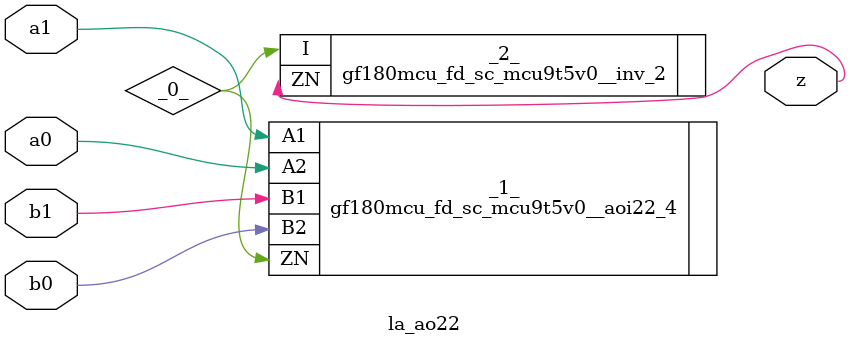
<source format=v>
/* Generated by Yosys 0.37 (git sha1 a5c7f69ed, clang 14.0.0-1ubuntu1.1 -fPIC -Os) */

module la_ao22(a0, a1, b0, b1, z);
  wire _0_;
  input a0;
  wire a0;
  input a1;
  wire a1;
  input b0;
  wire b0;
  input b1;
  wire b1;
  output z;
  wire z;
  gf180mcu_fd_sc_mcu9t5v0__aoi22_4 _1_ (
    .A1(a1),
    .A2(a0),
    .B1(b1),
    .B2(b0),
    .ZN(_0_)
  );
  gf180mcu_fd_sc_mcu9t5v0__inv_2 _2_ (
    .I(_0_),
    .ZN(z)
  );
endmodule

</source>
